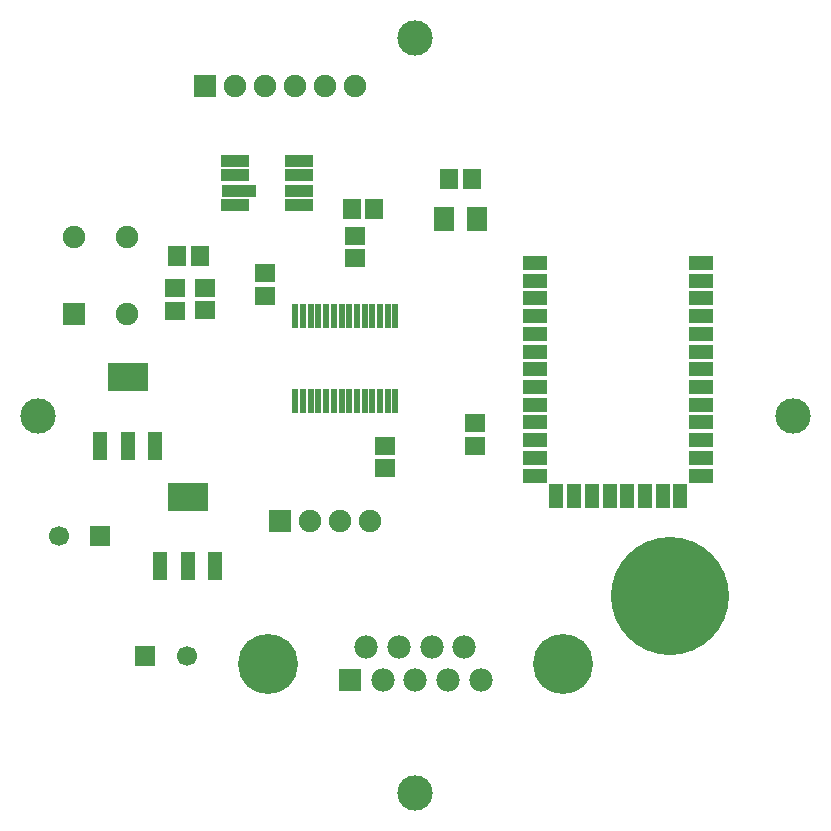
<source format=gts>
G04 DipTrace 2.4.0.2*
%INlaunchcam.GTS*%
%MOIN*%
%ADD19R,0.0669X0.0669*%
%ADD20C,0.0669*%
%ADD35C,0.2*%
%ADD36C,0.1181*%
%ADD37C,0.3937*%
%ADD44R,0.0709X0.0787*%
%ADD46R,0.0236X0.0787*%
%ADD48R,0.0779X0.0779*%
%ADD49C,0.0779*%
%ADD51R,0.1358X0.0925*%
%ADD53R,0.0453X0.0925*%
%ADD55R,0.0472X0.0787*%
%ADD57R,0.0787X0.0472*%
%ADD59R,0.1181X0.0433*%
%ADD61R,0.0965X0.0433*%
%ADD63C,0.0748*%
%ADD65R,0.0748X0.0748*%
%ADD69R,0.0669X0.0591*%
%ADD71R,0.0591X0.0669*%
%FSLAX44Y44*%
G04*
G70*
G90*
G75*
G01*
%LNTopMask*%
%LPD*%
D71*
X16373Y25371D3*
X17121D3*
D69*
X10497Y21997D3*
Y22745D3*
X16497Y23747D3*
Y24495D3*
X13497Y22497D3*
Y23245D3*
X17497Y17497D3*
Y16749D3*
D19*
X9497Y10497D3*
D20*
X10875D3*
D65*
X11497Y29497D3*
D63*
X12497D3*
X13497D3*
X14497D3*
X15497D3*
X16497D3*
D65*
X13997Y14997D3*
D63*
X14997D3*
X15997D3*
X16997D3*
D69*
X11489Y22749D3*
Y22001D3*
D71*
X11312Y23831D3*
X10564D3*
D69*
X20497Y17497D3*
Y18245D3*
D65*
X7119Y21883D3*
D63*
X8890D3*
Y24442D3*
X7119D3*
D61*
X12497Y26997D3*
Y26505D3*
D59*
X12607Y25993D3*
D61*
X12497Y25501D3*
X14607D3*
Y25993D3*
Y26505D3*
Y26997D3*
D57*
X22497Y16497D3*
Y17087D3*
Y17678D3*
Y18268D3*
Y18859D3*
Y19449D3*
Y20040D3*
Y20631D3*
Y21221D3*
Y21812D3*
Y22402D3*
Y22993D3*
Y23583D3*
X28027Y16497D3*
Y17087D3*
Y17678D3*
Y18268D3*
Y18859D3*
Y19449D3*
Y20040D3*
Y20631D3*
Y21221D3*
Y21812D3*
Y22402D3*
Y22993D3*
Y23583D3*
D55*
X23195Y15808D3*
X23786D3*
X24376D3*
X24967D3*
X25557D3*
X26148D3*
X26738D3*
X27329D3*
D53*
X9997Y13497D3*
X10902D3*
X11808D3*
D51*
X10902Y15780D3*
D49*
X20127Y10789D3*
X19037D3*
X17947D3*
X16857D3*
X20677Y9669D3*
X19587D3*
X18497D3*
X17407D3*
D48*
X16317D3*
D35*
X13577Y10229D3*
X23417D3*
D53*
X7997Y17497D3*
X8902D3*
X9808D3*
D51*
X8902Y19780D3*
D19*
X7997Y14497D3*
D20*
X6619D3*
D46*
X14497Y18997D3*
X14753D3*
X15009D3*
X15264D3*
X15520D3*
X15776D3*
X16032D3*
X16288D3*
X16544D3*
X16800D3*
X17056D3*
X17312D3*
X17568D3*
X17823D3*
Y21831D3*
X17568D3*
X17312D3*
X17056D3*
X16800D3*
X16544D3*
X16288D3*
X16032D3*
X15776D3*
X15520D3*
X15264D3*
X15009D3*
X14753D3*
X14497D3*
D44*
X20548Y25048D3*
X19446D3*
D71*
X20371Y26371D3*
X19623D3*
D36*
X18497Y5898D3*
X5898Y18497D3*
X18497Y31095D3*
X31095Y18497D3*
D37*
X26997Y12497D3*
M02*

</source>
